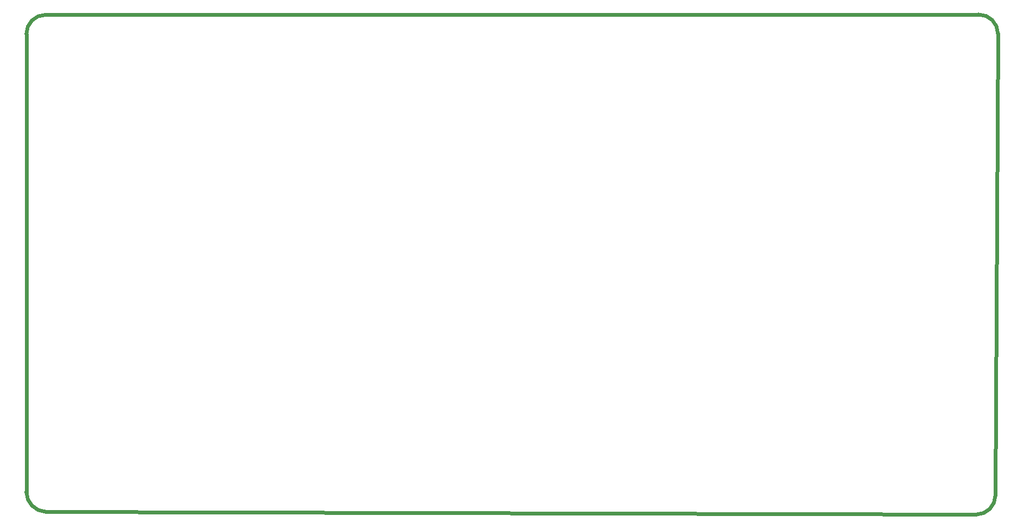
<source format=gbr>
G04 #@! TF.GenerationSoftware,KiCad,Pcbnew,(6.0.5)*
G04 #@! TF.CreationDate,2022-06-09T18:29:16+02:00*
G04 #@! TF.ProjectId,minigeki,6d696e69-6765-46b6-992e-6b696361645f,v3.0*
G04 #@! TF.SameCoordinates,Original*
G04 #@! TF.FileFunction,Profile,NP*
%FSLAX46Y46*%
G04 Gerber Fmt 4.6, Leading zero omitted, Abs format (unit mm)*
G04 Created by KiCad (PCBNEW (6.0.5)) date 2022-06-09 18:29:16*
%MOMM*%
%LPD*%
G01*
G04 APERTURE LIST*
G04 #@! TA.AperFunction,Profile*
%ADD10C,0.600000*%
G04 #@! TD*
G04 APERTURE END LIST*
D10*
X73521302Y-124104400D02*
G75*
G03*
X76544632Y-127206000I3175317J70869D01*
G01*
X221968132Y-127624728D02*
G75*
G03*
X224968132Y-124624680I-28J3000028D01*
G01*
X221968132Y-127624680D02*
X76544632Y-127206000D01*
X225353472Y-52366060D02*
X224968132Y-124624680D01*
X76521304Y-49413320D02*
X222353472Y-49366060D01*
X73521304Y-124104400D02*
X73521304Y-52413320D01*
X225353544Y-52366060D02*
G75*
G03*
X222353472Y-49366060I-3000040J-40D01*
G01*
X76521304Y-49413300D02*
G75*
G03*
X73521304Y-52413320I0J-3000000D01*
G01*
M02*

</source>
